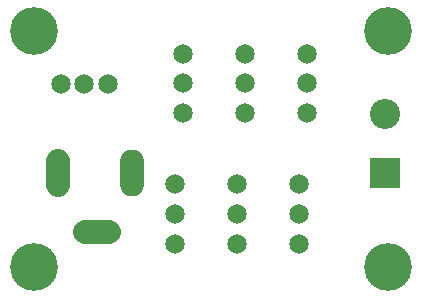
<source format=gts>
G04 DipTrace 3.2.0.1*
G04 DynamixelMUXX3P.gts*
%MOIN*%
G04 #@! TF.FileFunction,Soldermask,Top*
G04 #@! TF.Part,Single*
%AMOUTLINE0*
4,1,20,
0.03937,-0.039336,
0.037008,-0.052803,
0.030181,-0.064651,
0.019715,-0.073449,
0.00687,-0.078136,
-0.006803,-0.078148,
-0.019655,-0.073483,
-0.030136,-0.064703,
-0.036984,-0.052867,
-0.03937,-0.039404,
-0.03937,0.039336,
-0.037008,0.052803,
-0.030181,0.064651,
-0.019715,0.073449,
-0.00687,0.078136,
0.006803,0.078148,
0.019655,0.073483,
0.030136,0.064703,
0.036984,0.052867,
0.03937,0.039404,
0.03937,-0.039336,
0*%
%AMOUTLINE1*
4,1,20,
0.04037,-0.039423,
0.037962,-0.05315,
0.03096,-0.065303,
0.020224,-0.074328,
0.007047,-0.079136,
-0.006979,-0.079148,
-0.020162,-0.074363,
-0.030914,-0.065357,
-0.037938,-0.053216,
-0.04037,-0.039492,
-0.04037,0.039423,
-0.037962,0.05315,
-0.03096,0.065303,
-0.020224,0.074328,
-0.007047,0.079136,
0.006979,0.079148,
0.020162,0.074363,
0.030914,0.065357,
0.037938,0.053216,
0.04037,0.039492,
0.04037,-0.039423,
0*%
%AMOUTLINE4*
4,1,20,
0.039423,0.04037,
0.05315,0.037962,
0.065303,0.03096,
0.074328,0.020224,
0.079136,0.007047,
0.079148,-0.006979,
0.074363,-0.020162,
0.065357,-0.030914,
0.053216,-0.037938,
0.039492,-0.04037,
-0.039423,-0.04037,
-0.05315,-0.037962,
-0.065303,-0.03096,
-0.074328,-0.020224,
-0.079136,-0.007047,
-0.079148,0.006979,
-0.074363,0.020162,
-0.065357,0.030914,
-0.053216,0.037938,
-0.039492,0.04037,
0.039423,0.04037,
0*%
%ADD21C,0.065199*%
%ADD27C,0.15948*%
%ADD31C,0.100425*%
%ADD33R,0.100425X0.100425*%
%ADD38OUTLINE0*%
%ADD39OUTLINE1*%
%ADD42OUTLINE4*%
%FSLAX26Y26*%
G04*
G70*
G90*
G75*
G01*
G04 TopMask*
%LPD*%
D27*
X491969Y492126D3*
X1673071D3*
Y1279528D3*
X491969D3*
D38*
X818740Y805512D3*
D39*
X570709D3*
D42*
X700630Y608662D3*
D33*
X1663544Y803701D3*
D31*
Y1000551D3*
D21*
X988465Y1202126D3*
Y1103701D3*
Y1005276D3*
X962874Y570276D3*
Y668701D3*
Y767126D3*
X1195158Y1202126D3*
Y1103701D3*
Y1005276D3*
X1169567Y570276D3*
Y668701D3*
Y767126D3*
X1401851Y1202126D3*
Y1103701D3*
Y1005276D3*
X1376260Y570276D3*
Y668701D3*
Y767126D3*
X580551Y1102362D3*
X659292D3*
X738032D3*
M02*

</source>
